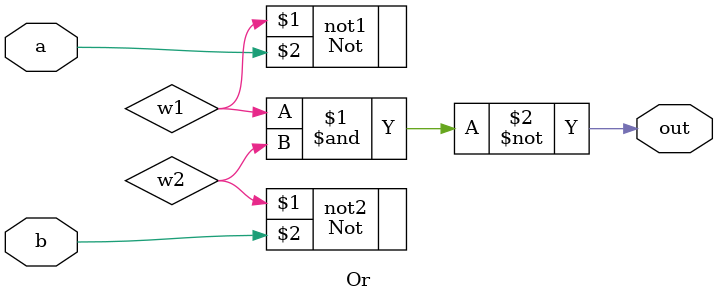
<source format=v>
module Or(out, a, b);

    output out;
    input a, b;
    wire w1, w2;

    Not not1(w1, a);
    Not not2(w2, b);
    nand nand1(out, w1, w2);

endmodule

</source>
